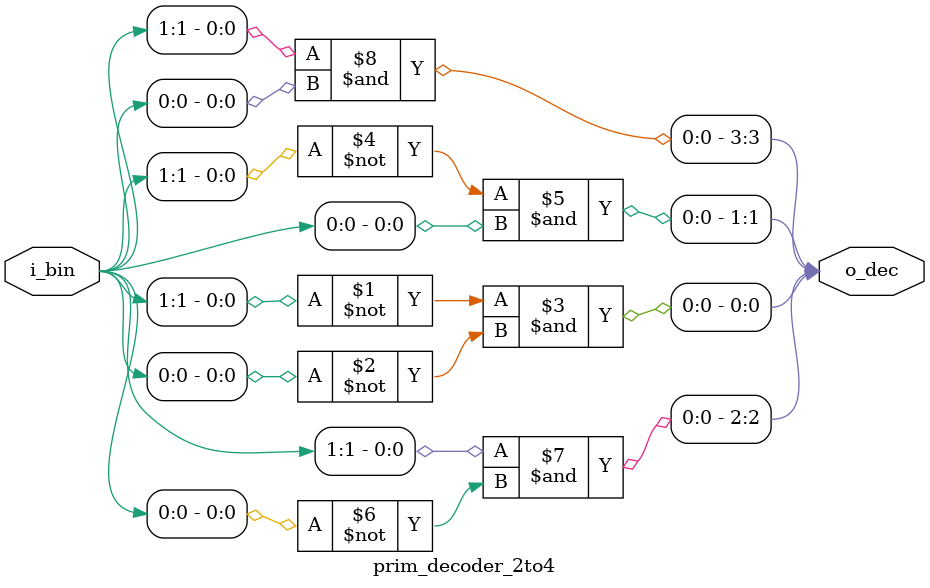
<source format=sv>
module prim_decoder_2to4 (
    input  logic [1:0] i_bin,
    output logic [3:0] o_dec
);

assign o_dec[0] = ~i_bin[1] & ~i_bin[0];  // HIGH if i_bin == 2'b00
assign o_dec[1] = ~i_bin[1] &  i_bin[0];  // HIGH if i_bin == 2'b01
assign o_dec[2] =  i_bin[1] & ~i_bin[0];  // HIGH if i_bin == 2'b10
assign o_dec[3] =  i_bin[1] &  i_bin[0];  // HIGH if i_bin == 2'b11

// Alternative:
// assign o_dec = (4'b0001 << i_bin);

endmodule : prim_decoder_2to4




</source>
